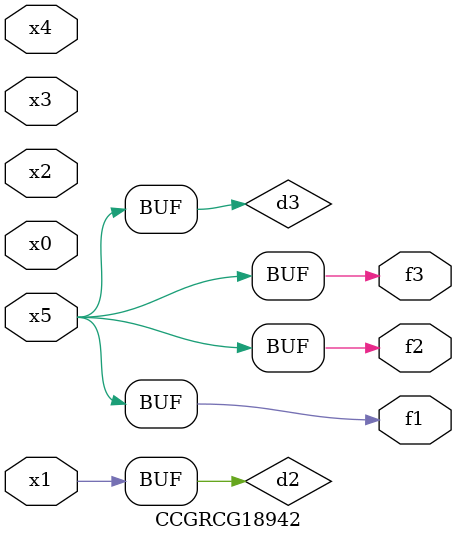
<source format=v>
module CCGRCG18942(
	input x0, x1, x2, x3, x4, x5,
	output f1, f2, f3
);

	wire d1, d2, d3;

	not (d1, x5);
	or (d2, x1);
	xnor (d3, d1);
	assign f1 = d3;
	assign f2 = d3;
	assign f3 = d3;
endmodule

</source>
